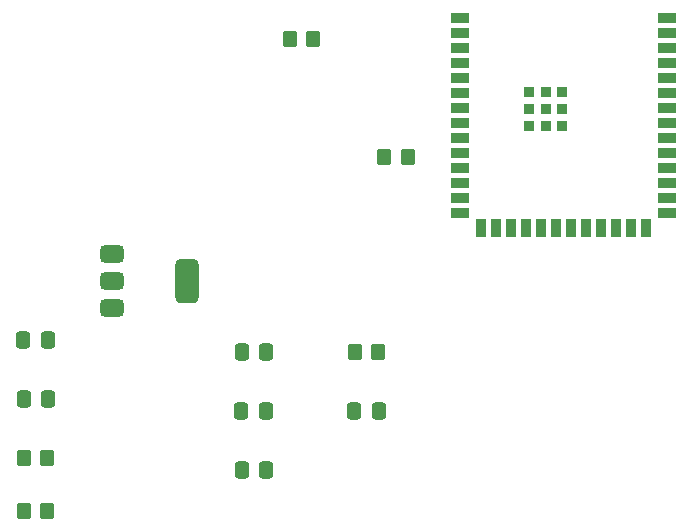
<source format=gbr>
G04 #@! TF.GenerationSoftware,KiCad,Pcbnew,8.0.4*
G04 #@! TF.CreationDate,2024-10-11T16:18:39-05:00*
G04 #@! TF.ProjectId,final_project_v0.1,66696e61-6c5f-4707-926f-6a6563745f76,rev?*
G04 #@! TF.SameCoordinates,Original*
G04 #@! TF.FileFunction,Paste,Top*
G04 #@! TF.FilePolarity,Positive*
%FSLAX46Y46*%
G04 Gerber Fmt 4.6, Leading zero omitted, Abs format (unit mm)*
G04 Created by KiCad (PCBNEW 8.0.4) date 2024-10-11 16:18:39*
%MOMM*%
%LPD*%
G01*
G04 APERTURE LIST*
G04 Aperture macros list*
%AMRoundRect*
0 Rectangle with rounded corners*
0 $1 Rounding radius*
0 $2 $3 $4 $5 $6 $7 $8 $9 X,Y pos of 4 corners*
0 Add a 4 corners polygon primitive as box body*
4,1,4,$2,$3,$4,$5,$6,$7,$8,$9,$2,$3,0*
0 Add four circle primitives for the rounded corners*
1,1,$1+$1,$2,$3*
1,1,$1+$1,$4,$5*
1,1,$1+$1,$6,$7*
1,1,$1+$1,$8,$9*
0 Add four rect primitives between the rounded corners*
20,1,$1+$1,$2,$3,$4,$5,0*
20,1,$1+$1,$4,$5,$6,$7,0*
20,1,$1+$1,$6,$7,$8,$9,0*
20,1,$1+$1,$8,$9,$2,$3,0*%
G04 Aperture macros list end*
%ADD10RoundRect,0.250000X0.350000X0.450000X-0.350000X0.450000X-0.350000X-0.450000X0.350000X-0.450000X0*%
%ADD11RoundRect,0.250000X0.337500X0.475000X-0.337500X0.475000X-0.337500X-0.475000X0.337500X-0.475000X0*%
%ADD12RoundRect,0.250000X-0.337500X-0.475000X0.337500X-0.475000X0.337500X0.475000X-0.337500X0.475000X0*%
%ADD13RoundRect,0.250000X-0.350000X-0.450000X0.350000X-0.450000X0.350000X0.450000X-0.350000X0.450000X0*%
%ADD14R,0.900000X0.900000*%
%ADD15R,1.500000X0.900000*%
%ADD16R,0.900000X1.500000*%
%ADD17RoundRect,0.375000X-0.625000X-0.375000X0.625000X-0.375000X0.625000X0.375000X-0.625000X0.375000X0*%
%ADD18RoundRect,0.500000X-0.500000X-1.400000X0.500000X-1.400000X0.500000X1.400000X-0.500000X1.400000X0*%
G04 APERTURE END LIST*
D10*
G04 #@! TO.C,R2*
X130000000Y-76000000D03*
X128000000Y-76000000D03*
G04 #@! TD*
D11*
G04 #@! TO.C,C5*
X135537500Y-107500000D03*
X133462500Y-107500000D03*
G04 #@! TD*
G04 #@! TO.C,C3*
X126000000Y-107500000D03*
X123925000Y-107500000D03*
G04 #@! TD*
D12*
G04 #@! TO.C,C1*
X105462500Y-101500000D03*
X107537500Y-101500000D03*
G04 #@! TD*
D11*
G04 #@! TO.C,C4*
X126037500Y-112500000D03*
X123962500Y-112500000D03*
G04 #@! TD*
D13*
G04 #@! TO.C,R3*
X133500000Y-102500000D03*
X135500000Y-102500000D03*
G04 #@! TD*
D11*
G04 #@! TO.C,C2*
X126037500Y-102500000D03*
X123962500Y-102500000D03*
G04 #@! TD*
D13*
G04 #@! TO.C,R5*
X105500000Y-111500000D03*
X107500000Y-111500000D03*
G04 #@! TD*
D14*
G04 #@! TO.C,U1*
X148275000Y-80560000D03*
X148275000Y-81960000D03*
X148275000Y-83360000D03*
X149675000Y-80560000D03*
X149675000Y-81960000D03*
X149675000Y-83360000D03*
X151075000Y-80560000D03*
X151075000Y-81960000D03*
X151075000Y-83360000D03*
D15*
X142425000Y-74240000D03*
X142425000Y-75510000D03*
X142425000Y-76780000D03*
X142425000Y-78050000D03*
X142425000Y-79320000D03*
X142425000Y-80590000D03*
X142425000Y-81860000D03*
X142425000Y-83130000D03*
X142425000Y-84400000D03*
X142425000Y-85670000D03*
X142425000Y-86940000D03*
X142425000Y-88210000D03*
X142425000Y-89480000D03*
X142425000Y-90750000D03*
D16*
X144190000Y-92000000D03*
X145460000Y-92000000D03*
X146730000Y-92000000D03*
X148000000Y-92000000D03*
X149270000Y-92000000D03*
X150540000Y-92000000D03*
X151810000Y-92000000D03*
X153080000Y-92000000D03*
X154350000Y-92000000D03*
X155620000Y-92000000D03*
X156890000Y-92000000D03*
X158160000Y-92000000D03*
D15*
X159925000Y-90750000D03*
X159925000Y-89480000D03*
X159925000Y-88210000D03*
X159925000Y-86940000D03*
X159925000Y-85670000D03*
X159925000Y-84400000D03*
X159925000Y-83130000D03*
X159925000Y-81860000D03*
X159925000Y-80590000D03*
X159925000Y-79320000D03*
X159925000Y-78050000D03*
X159925000Y-76780000D03*
X159925000Y-75510000D03*
X159925000Y-74240000D03*
G04 #@! TD*
D13*
G04 #@! TO.C,R1*
X136000000Y-86000000D03*
X138000000Y-86000000D03*
G04 #@! TD*
D12*
G04 #@! TO.C,C6*
X105500000Y-106500000D03*
X107575000Y-106500000D03*
G04 #@! TD*
D17*
G04 #@! TO.C,U2*
X113000000Y-94200000D03*
X113000000Y-96500000D03*
D18*
X119300000Y-96500000D03*
D17*
X113000000Y-98800000D03*
G04 #@! TD*
D13*
G04 #@! TO.C,R4*
X105500000Y-116000000D03*
X107500000Y-116000000D03*
G04 #@! TD*
M02*

</source>
